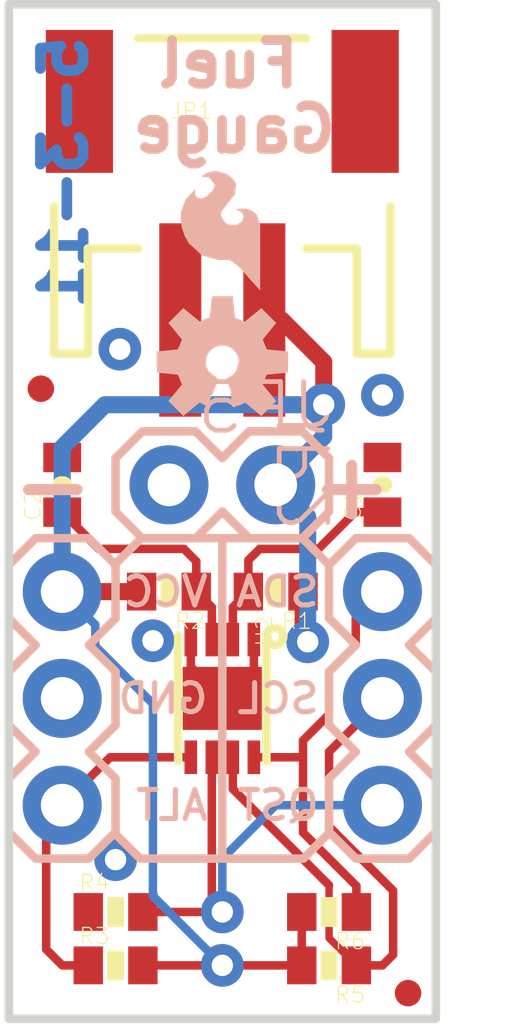
<source format=kicad_pcb>
(kicad_pcb (version 20211014) (generator pcbnew)
  (layers (0 "F.Cu" signal) (31 "B.Cu" signal) (34 "B.Paste" user) (35 "F.Paste" user) (36 "B.SilkS" user "B.Silkscreen") (37 "F.SilkS" user "F.Silkscreen") (38 "B.Mask" user) (39 "F.Mask" user) (44 "Edge.Cuts" user))
  (net 0 "")
  (net 1 "GND")
  (net 2 "N$2")
  (net 3 "ALT")
  (net 4 "SCL")
  (net 5 "SDA")
  (net 6 "VDD")
  (net 7 "QST")
  (net 8 "VCC")
  (footprint "boardEagle:FIDUCIAL-1X2.5" (layer "F.Cu") (at 144.1831 102.0826)
    (fp_text reference "JP7" hide)
    (fp_text value "FIDUCIAL1X2.5" hide)
    (pad "1" smd roundrect (at 0 0) (size 0.635 0.635) (layers "F.Cu" "F.Mask") (roundrect_rratio 0.5))
  )
  (footprint "boardEagle:FIDUCIAL-1X2.5" (layer "F.Cu") (at 152.9207 116.459)
    (fp_text reference "JP6" hide)
    (fp_text value "FIDUCIAL1X2.5" hide)
    (pad "1" smd roundrect (at 0 0) (size 0.635 0.635) (layers "F.Cu" "F.Mask") (roundrect_rratio 0.5))
  )
  (footprint "boardEagle:0402-CAP" (layer "F.Cu") (at 152.3111 104.3686 90)
    (fp_text reference "C1" (at -0.889 -0.6985 90) (layer "F.SilkS") (effects (font (size 0.376489 0.376489) (thickness 0.029911)) (justify left)))
    (fp_text value "1uF")
    (fp_line (start 0 -0.0305) (end 0 0.0305) (layer "F.SilkS") (width 0.4064))
    (pad "1" smd rect (at -0.65 0 90) (size 0.7 0.9) (layers "F.Cu" "F.Paste" "F.Mask") (net 2 "N$2"))
    (pad "2" smd rect (at 0.65 0 90) (size 0.7 0.9) (layers "F.Cu" "F.Paste" "F.Mask") (net 1 "GND"))
  )
  (footprint "boardEagle:0402-CAP" (layer "F.Cu") (at 144.6911 104.3686 90)
    (fp_text reference "C2" (at -0.889 -0.6985 90) (layer "F.SilkS") (effects (font (size 0.376489 0.376489) (thickness 0.029911)) (justify left)))
    (fp_text value "10nF")
    (fp_line (start 0 -0.0305) (end 0 0.0305) (layer "F.SilkS") (width 0.4064))
    (pad "1" smd rect (at -0.65 0 90) (size 0.7 0.9) (layers "F.Cu" "F.Paste" "F.Mask") (net 6 "VDD"))
    (pad "2" smd rect (at 0.65 0 90) (size 0.7 0.9) (layers "F.Cu" "F.Paste" "F.Mask") (net 1 "GND"))
  )
  (footprint "boardEagle:0402-RES" (layer "F.Cu") (at 147.2311 106.9086 180)
    (fp_text reference "R2" (at -0.889 -0.6985) (layer "F.SilkS") (effects (font (size 0.376489 0.376489) (thickness 0.029911)) (justify right)))
    (fp_text value "180")
    (fp_poly (pts (xy -0.2032 0.3556) (xy 0.2032 0.3556) (xy 0.2032 -0.3556) (xy -0.2032 -0.3556)) (layer "F.SilkS") (width 0) (fill solid))
    (pad "1" smd rect (at -0.65 0 180) (size 0.7 0.9) (layers "F.Cu" "F.Paste" "F.Mask") (net 6 "VDD"))
    (pad "2" smd rect (at 0.65 0 180) (size 0.7 0.9) (layers "F.Cu" "F.Paste" "F.Mask") (net 8 "VCC"))
  )
  (footprint "boardEagle:JST-2-SMD" (layer "F.Cu") (at 148.5011 96.7486)
    (fp_text reference "JP1" (at -1.27 -1.27) (layer "F.SilkS") (effects (font (size 0.376489 0.376489) (thickness 0.029911)) (justify left)))
    (fp_text value "input")
    (fp_line (start 3.2 4.5) (end 4 4.5) (layer "F.SilkS") (width 0.2032))
    (fp_line (start -3.2 2) (end -2 2) (layer "F.SilkS") (width 0.2032))
    (fp_line (start 4 4.5) (end 4 1) (layer "F.SilkS") (width 0.2032))
    (fp_line (start 2 2) (end 3.2 2) (layer "F.SilkS") (width 0.2032))
    (fp_line (start -3.2 4.5) (end -3.2 2) (layer "F.SilkS") (width 0.2032))
    (fp_line (start -4 1) (end -4 4.5) (layer "F.SilkS") (width 0.2032))
    (fp_line (start 3.2 2) (end 3.2 4.5) (layer "F.SilkS") (width 0.2032))
    (fp_line (start -4 4.5) (end -3.2 4.5) (layer "F.SilkS") (width 0.2032))
    (fp_line (start 2 -3) (end -2 -3) (layer "F.SilkS") (width 0.2032))
    (pad "1" smd rect (at -1 3.7) (size 1 4.6) (layers "F.Cu" "F.Paste" "F.Mask") (net 1 "GND"))
    (pad "2" smd rect (at 1 3.7) (size 1 4.6) (layers "F.Cu" "F.Paste" "F.Mask") (net 8 "VCC"))
    (pad "NC1" smd rect (at -3.4 -1.5 90) (size 3.4 1.6) (layers "F.Cu" "F.Paste" "F.Mask"))
    (pad "NC2" smd rect (at 3.4 -1.5 90) (size 3.4 1.6) (layers "F.Cu" "F.Paste" "F.Mask"))
  )
  (footprint "boardEagle:TDFN-8" (layer "F.Cu") (at 148.5011 109.4486 -90)
    (fp_text reference "U2" (at -2 -1 90) (layer "F.SilkS") (effects (font (size 0.376489 0.376489) (thickness 0.029911)) (justify right)))
    (fp_text value "MAX1704X")
    (fp_line (start -1.5 -1.05) (end -1.45 -1.05) (layer "F.SilkS") (width 0.127))
    (fp_line (start -1.45 -1.05) (end 1.5 -1.05) (layer "F.SilkS") (width 0.2032))
    (fp_line (start -1.5 1.05) (end 1.5 1.05) (layer "F.SilkS") (width 0.2032))
    (fp_arc (start -1.5 -1.05) (mid -1.475 -1.451554) (end -1.45 -1.05) (layer "F.SilkS") (width 0.2032))
    (pad "1" smd rect (at -1.4 -0.75 270) (size 0.8 0.3) (layers "F.Cu" "F.Paste") (net 1 "GND"))
    (pad "2" smd rect (at -1.4 -0.25 270) (size 0.8 0.3) (layers "F.Cu" "F.Paste") (net 2 "N$2"))
    (pad "3" smd rect (at -1.4 0.25 270) (size 0.8 0.3) (layers "F.Cu" "F.Paste") (net 6 "VDD"))
    (pad "4" smd rect (at -1.4 0.75 270) (size 0.8 0.3) (layers "F.Cu" "F.Paste") (net 1 "GND"))
    (pad "5" smd rect (at 1.4 0.75 270) (size 0.8 0.3) (layers "F.Cu" "F.Paste") (net 3 "ALT"))
    (pad "6" smd rect (at 1.4 0.25 270) (size 0.8 0.3) (layers "F.Cu" "F.Paste") (net 7 "QST"))
    (pad "7" smd rect (at 1.4 -0.25 270) (size 0.8 0.3) (layers "F.Cu" "F.Paste") (net 4 "SCL"))
    (pad "8" smd rect (at 1.4 -0.75 270) (size 0.8 0.3) (layers "F.Cu" "F.Paste") (net 5 "SDA"))
    (pad "EP" smd rect (at 0 0 270) (size 1.5 1.88) (layers "F.Cu") (net 1 "GND"))
  )
  (footprint "boardEagle:0402-RES" (layer "F.Cu") (at 145.9611 114.5286)
    (fp_text reference "R4" (at -0.889 -0.6985) (layer "F.SilkS") (effects (font (size 0.376489 0.376489) (thickness 0.029911)) (justify left)))
    (fp_text value "4.7k")
    (fp_poly (pts (xy -0.2032 0.3556) (xy 0.2032 0.3556) (xy 0.2032 -0.3556) (xy -0.2032 -0.3556)) (layer "F.SilkS") (width 0) (fill solid))
    (pad "1" smd rect (at -0.65 0) (size 0.7 0.9) (layers "F.Cu" "F.Paste" "F.Mask") (net 1 "GND"))
    (pad "2" smd rect (at 0.65 0) (size 0.7 0.9) (layers "F.Cu" "F.Paste" "F.Mask") (net 7 "QST"))
  )
  (footprint "boardEagle:0402-RES" (layer "F.Cu") (at 145.9611 115.7986)
    (fp_text reference "R3" (at -0.889 -0.6985) (layer "F.SilkS") (effects (font (size 0.376489 0.376489) (thickness 0.029911)) (justify left)))
    (fp_text value "4.7k")
    (fp_poly (pts (xy -0.2032 0.3556) (xy 0.2032 0.3556) (xy 0.2032 -0.3556) (xy -0.2032 -0.3556)) (layer "F.SilkS") (width 0) (fill solid))
    (pad "1" smd rect (at -0.65 0) (size 0.7 0.9) (layers "F.Cu" "F.Paste" "F.Mask") (net 3 "ALT"))
    (pad "2" smd rect (at 0.65 0) (size 0.7 0.9) (layers "F.Cu" "F.Paste" "F.Mask") (net 8 "VCC"))
  )
  (footprint "boardEagle:0402-RES" (layer "F.Cu") (at 149.7711 106.9086 180)
    (fp_text reference "R1" (at -0.889 -0.6985) (layer "F.SilkS") (effects (font (size 0.376489 0.376489) (thickness 0.029911)) (justify right)))
    (fp_text value "1k")
    (fp_poly (pts (xy -0.2032 0.3556) (xy 0.2032 0.3556) (xy 0.2032 -0.3556) (xy -0.2032 -0.3556)) (layer "F.SilkS") (width 0) (fill solid))
    (pad "1" smd rect (at -0.65 0 180) (size 0.7 0.9) (layers "F.Cu" "F.Paste" "F.Mask") (net 8 "VCC"))
    (pad "2" smd rect (at 0.65 0 180) (size 0.7 0.9) (layers "F.Cu" "F.Paste" "F.Mask") (net 2 "N$2"))
  )
  (footprint "boardEagle:0402-RES" (layer "F.Cu") (at 151.0411 115.7986 180)
    (fp_text reference "R5" (at -0.889 -0.6985) (layer "F.SilkS") (effects (font (size 0.376489 0.376489) (thickness 0.029911)) (justify right)))
    (fp_text value "4.7k")
    (fp_poly (pts (xy -0.2032 0.3556) (xy 0.2032 0.3556) (xy 0.2032 -0.3556) (xy -0.2032 -0.3556)) (layer "F.SilkS") (width 0) (fill solid))
    (pad "1" smd rect (at -0.65 0 180) (size 0.7 0.9) (layers "F.Cu" "F.Paste" "F.Mask") (net 4 "SCL"))
    (pad "2" smd rect (at 0.65 0 180) (size 0.7 0.9) (layers "F.Cu" "F.Paste" "F.Mask") (net 8 "VCC"))
  )
  (footprint "boardEagle:0402-RES" (layer "F.Cu") (at 151.0411 114.5286 180)
    (fp_text reference "R6" (at -0.889 -0.6985) (layer "F.SilkS") (effects (font (size 0.376489 0.376489) (thickness 0.029911)) (justify right)))
    (fp_text value "4.7k")
    (fp_poly (pts (xy -0.2032 0.3556) (xy 0.2032 0.3556) (xy 0.2032 -0.3556) (xy -0.2032 -0.3556)) (layer "F.SilkS") (width 0) (fill solid))
    (pad "1" smd rect (at -0.65 0 180) (size 0.7 0.9) (layers "F.Cu" "F.Paste" "F.Mask") (net 5 "SDA"))
    (pad "2" smd rect (at 0.65 0 180) (size 0.7 0.9) (layers "F.Cu" "F.Paste" "F.Mask") (net 8 "VCC"))
  )
  (footprint "boardEagle:1X02" (layer "B.Cu") (at 149.7711 104.3686 180)
    (fp_text reference "JP5" (at -1.3462 1.8288) (layer "B.SilkS") (effects (font (size 1.1557 1.1557) (thickness 0.1143)) (justify left mirror)))
    (fp_text value "")
    (fp_line (start 3.81 -0.635) (end 3.175 -1.27) (layer "B.SilkS") (width 0.2032))
    (fp_line (start -0.635 1.27) (end -1.27 0.635) (layer "B.SilkS") (width 0.2032))
    (fp_line (start 3.81 0.635) (end 3.81 -0.635) (layer "B.SilkS") (width 0.2032))
    (fp_line (start 3.175 1.27) (end 3.81 0.635) (layer "B.SilkS") (width 0.2032))
    (fp_line (start -0.635 1.27) (end 0.635 1.27) (layer "B.SilkS") (width 0.2032))
    (fp_line (start 0.635 -1.27) (end -0.635 -1.27) (layer "B.SilkS") (width 0.2032))
    (fp_line (start -1.27 0.635) (end -1.27 -0.635) (layer "B.SilkS") (width 0.2032))
    (fp_line (start 1.905 1.27) (end 3.175 1.27) (layer "B.SilkS") (width 0.2032))
    (fp_line (start 0.635 1.27) (end 1.27 0.635) (layer "B.SilkS") (width 0.2032))
    (fp_line (start 1.905 -1.27) (end 1.27 -0.635) (layer "B.SilkS") (width 0.2032))
    (fp_line (start 1.27 0.635) (end 1.905 1.27) (layer "B.SilkS") (width 0.2032))
    (fp_line (start -1.27 -0.635) (end -0.635 -1.27) (layer "B.SilkS") (width 0.2032))
    (fp_line (start 1.27 -0.635) (end 0.635 -1.27) (layer "B.SilkS") (width 0.2032))
    (fp_line (start 3.175 -1.27) (end 1.905 -1.27) (layer "B.SilkS") (width 0.2032))
    (pad "1" thru_hole circle (at 0 0 90) (size 1.8796 1.8796) (drill 1.016) (layers *.Cu *.Mask) (net 8 "VCC"))
    (pad "2" thru_hole circle (at 2.54 0 90) (size 1.8796 1.8796) (drill 1.016) (layers *.Cu *.Mask) (net 1 "GND"))
  )
  (footprint "boardEagle:SFE-LOGO-FLAME" (layer "B.Cu") (at 149.3901 99.7204 180)
    (fp_text reference "JP3" hide)
    (fp_text value "LOGO-SFESK" hide)
    (fp_poly (pts (xy 1.126002 2.808203) (xy 1.215449 2.785829) (xy 1.228477 2.780783) (xy 1.240149 2.774875) (xy 1.25686 2.766576) (xy 1.275552 2.759834) (xy 1.371694 2.7026) (xy 1.3793 2.7026) (xy 1.3793 2.6772) (xy 1.306833 2.6772) (xy 1.208418 2.657914) (xy 1.074855 2.495286) (xy 1.079365 2.436825) (xy 1.12809 2.341869) (xy 1.204666 2.265196) (xy 1.294069 2.200638) (xy 1.369348 2.168824) (xy 1.450737 2.171632) (xy 1.458864 2.174186) (xy 1.466257 2.177389) (xy 1.530514 2.236956) (xy 1.5368 2.259812) (xy 1.5368 2.377938) (xy 1.763707 2.148127) (xy 1.868186 1.856841) (xy 1.871603 1.856894) (xy 1.87806 1.650435) (xy 1.848857 1.45742) (xy 1.785308 1.272842) (xy 1.6663 1.061578) (xy 1.6663 1.080581) (xy 1.378131 0.80901) (xy 0.982239 0.6985) (xy 0.753005 0.6985) (xy 0.716201 0.692046) (xy 0.681776 0.679592) (xy 0.496322 0.541784) (xy -0.0126 -0.03091) (xy -0.0126 1.52077) (xy 0.060004 1.761967) (xy 0.168295 1.865489) (xy 0.307122 1.917522) (xy 0.4039 1.925089) (xy 0.499384 1.917623) (xy 0.55991 1.908099) (xy 0.557788 1.884433) (xy 0.522216 1.885242) (xy 0.501784 1.876141) (xy 0.420519 1.817154) (xy 0.400722 1.79067) (xy 0.390395 1.7285) (xy 0.400905 1.665229) (xy 0.421405 1.625174) (xy 0.452343 1.592685) (xy 0.546535 1.54355) (xy 0.652229 1.531742) (xy 0.742768 1.550084) (xy 0.82422 1.589656) (xy 0.92203 1.754659) (xy 0.907706 1.848844) (xy 0.850914 1.930401) (xy 0.584707 2.263237) (xy 0.561667 2.510855) (xy 0.627495 2.621556) (xy 0.629042 2.623103) (xy 0.778901 2.74712) (xy 1.032676 2.817064)) (layer "B.SilkS") (width 0) (fill solid))
  )
  (footprint "boardEagle:1X03" (layer "B.Cu") (at 152.3111 106.9086 -90)
    (fp_text reference "JP2" (at -1.3462 1.8288 -270) (layer "B.SilkS") (effects (font (size 1.1557 1.1557) (thickness 0.1143)) (justify right mirror)))
    (fp_text value "")
    (fp_line (start -1.27 0.635) (end -1.27 -0.635) (layer "B.SilkS") (width 0.2032))
    (fp_line (start 3.175 -1.27) (end 1.905 -1.27) (layer "B.SilkS") (width 0.2032))
    (fp_line (start 3.81 0.635) (end 4.445 1.27) (layer "B.SilkS") (width 0.2032))
    (fp_line (start 1.905 1.27) (end 3.175 1.27) (layer "B.SilkS") (width 0.2032))
    (fp_line (start 4.445 -1.27) (end 3.81 -0.635) (layer "B.SilkS") (width 0.2032))
    (fp_line (start 1.905 -1.27) (end 1.27 -0.635) (layer "B.SilkS") (width 0.2032))
    (fp_line (start 5.715 -1.27) (end 4.445 -1.27) (layer "B.SilkS") (width 0.2032))
    (fp_line (start -1.27 -0.635) (end -0.635 -1.27) (layer "B.SilkS") (width 0.2032))
    (fp_line (start 6.35 -0.635) (end 5.715 -1.27) (layer "B.SilkS") (width 0.2032))
    (fp_line (start 0.635 1.27) (end 1.27 0.635) (layer "B.SilkS") (width 0.2032))
    (fp_line (start 3.175 1.27) (end 3.81 0.635) (layer "B.SilkS") (width 0.2032))
    (fp_line (start 0.635 -1.27) (end -0.635 -1.27) (layer "B.SilkS") (width 0.2032))
    (fp_line (start 3.81 -0.635) (end 3.175 -1.27) (layer "B.SilkS") (width 0.2032))
    (fp_line (start -0.635 1.27) (end 0.635 1.27) (layer "B.SilkS") (width 0.2032))
    (fp_line (start 6.35 0.635) (end 6.35 -0.635) (layer "B.SilkS") (width 0.2032))
    (fp_line (start 4.445 1.27) (end 5.715 1.27) (layer "B.SilkS") (width 0.2032))
    (fp_line (start 1.27 -0.635) (end 0.635 -1.27) (layer "B.SilkS") (width 0.2032))
    (fp_line (start 1.27 0.635) (end 1.905 1.27) (layer "B.SilkS") (width 0.2032))
    (fp_line (start 5.715 1.27) (end 6.35 0.635) (layer "B.SilkS") (width 0.2032))
    (fp_line (start -0.635 1.27) (end -1.27 0.635) (layer "B.SilkS") (width 0.2032))
    (pad "1" thru_hole circle (at 0 0 180) (size 1.8796 1.8796) (drill 1.016) (layers *.Cu *.Mask) (net 5 "SDA"))
    (pad "2" thru_hole circle (at 2.54 0 180) (size 1.8796 1.8796) (drill 1.016) (layers *.Cu *.Mask) (net 4 "SCL"))
    (pad "3" thru_hole circle (at 5.08 0 180) (size 1.8796 1.8796) (drill 1.016) (layers *.Cu *.Mask) (net 7 "QST"))
  )
  (footprint "boardEagle:1X03" (layer "B.Cu") (at 144.6911 106.9086 -90)
    (fp_text reference "JP4" hide)
    (fp_text value "")
    (fp_line (start 0.635 -1.27) (end -0.635 -1.27) (layer "B.SilkS") (width 0.2032))
    (fp_line (start 5.715 1.27) (end 6.35 0.635) (layer "B.SilkS") (width 0.2032))
    (fp_line (start -0.635 1.27) (end 0.635 1.27) (layer "B.SilkS") (width 0.2032))
    (fp_line (start 1.905 -1.27) (end 1.27 -0.635) (layer "B.SilkS") (width 0.2032))
    (fp_line (start 4.445 -1.27) (end 3.81 -0.635) (layer "B.SilkS") (width 0.2032))
    (fp_line (start 0.635 1.27) (end 1.27 0.635) (layer "B.SilkS") (width 0.2032))
    (fp_line (start -1.27 0.635) (end -1.27 -0.635) (layer "B.SilkS") (width 0.2032))
    (fp_line (start 6.35 -0.635) (end 5.715 -1.27) (layer "B.SilkS") (width 0.2032))
    (fp_line (start 3.175 1.27) (end 3.81 0.635) (layer "B.SilkS") (width 0.2032))
    (fp_line (start 1.27 0.635) (end 1.905 1.27) (layer "B.SilkS") (width 0.2032))
    (fp_line (start -1.27 -0.635) (end -0.635 -1.27) (layer "B.SilkS") (width 0.2032))
    (fp_line (start 3.81 0.635) (end 4.445 1.27) (layer "B.SilkS") (width 0.2032))
    (fp_line (start 4.445 1.27) (end 5.715 1.27) (layer "B.SilkS") (width 0.2032))
    (fp_line (start 5.715 -1.27) (end 4.445 -1.27) (layer "B.SilkS") (width 0.2032))
    (fp_line (start 3.175 -1.27) (end 1.905 -1.27) (layer "B.SilkS") (width 0.2032))
    (fp_line (start 1.27 -0.635) (end 0.635 -1.27) (layer "B.SilkS") (width 0.2032))
    (fp_line (start 6.35 0.635) (end 6.35 -0.635) (layer "B.SilkS") (width 0.2032))
    (fp_line (start -0.635 1.27) (end -1.27 0.635) (layer "B.SilkS") (width 0.2032))
    (fp_line (start 1.905 1.27) (end 3.175 1.27) (layer "B.SilkS") (width 0.2032))
    (fp_line (start 3.81 -0.635) (end 3.175 -1.27) (layer "B.SilkS") (width 0.2032))
    (pad "1" thru_hole circle (at 0 0 180) (size 1.8796 1.8796) (drill 1.016) (layers *.Cu *.Mask) (net 8 "VCC"))
    (pad "2" thru_hole circle (at 2.54 0 180) (size 1.8796 1.8796) (drill 1.016) (layers *.Cu *.Mask) (net 1 "GND"))
    (pad "3" thru_hole circle (at 5.08 0 180) (size 1.8796 1.8796) (drill 1.016) (layers *.Cu *.Mask) (net 3 "ALT"))
  )
  (footprint "boardEagle:OSHW-LOGO-S" (layer "B.Cu") (at 148.5011 101.4476 180)
    (fp_text reference "U$1" hide)
    (fp_text value "OSHW-LOGOS" hide)
    (fp_poly (pts (xy 0.301647 1.061351) (xy 0.42347 1.022344) (xy 0.537177 0.963769) (xy 0.92862 1.282946) (xy 1.282946 0.92862) (xy 0.961035 0.533823) (xy 1.057046 0.302084) (xy 1.5638 0.250561) (xy 1.5638 -0.250561) (xy 1.057046 -0.302084) (xy 0.961035 -0.533823) (xy 1.282946 -0.92862) (xy 0.92862 -1.282946) (xy 0.537177 -0.96377) (xy 0.356601 -1.056794) (xy 0.088679 -0.410073) (xy 0.326262 -0.2176) (xy 0.373649 -0.121468) (xy 0.392729 -0.010339) (xy 0.379464 0.101634) (xy 0.334947 0.205229) (xy 0.262842 0.291918) (xy 0.169087 0.354561) (xy 0.061406 0.387999) (xy -0.051342 0.38948) (xy -0.159868 0.358881) (xy -0.255234 0.298724) (xy -0.329589 0.213962) (xy -0.376813 0.111569) (xy -0.392176 0.005767) (xy -0.322923 -0.222565) (xy -0.249312 -0.303773) (xy 0.091677 -0.5081) (xy -0.12929 -0.5081) (xy -0.355332 -1.053732) (xy -0.506597 -0.983577) (xy -0.538922 -0.965192) (xy -0.92862 -1.282946) (xy -1.282946 -0.92862) (xy -0.961035 -0.533823) (xy -1.057046 -0.302084) (xy -1.5638 -0.250561) (xy -1.5638 0.250561) (xy -1.057046 0.302084) (xy -0.961035 0.533823) (xy -1.282946 0.92862) (xy -0.92862 1.282946) (xy -0.533823 0.961035) (xy -0.302084 1.057046) (xy -0.250561 1.5638) (xy 0.250561 1.5638)) (layer "B.SilkS") (width 0) (fill solid))
  )
  (gr_line (start 150.4315 113.2586) (end 151.0411 112.649) (layer "B.SilkS") (width 0.2032))
  (gr_line (start 148.5011 105.6386) (end 146.5707 105.6386) (layer "B.SilkS") (width 0.2032))
  (gr_line (start 148.5011 105.6386) (end 150.4061 105.6386) (layer "B.SilkS") (width 0.2032))
  (gr_line (start 146.5453 113.2586) (end 145.9357 112.649) (layer "B.SilkS") (width 0.2032))
  (gr_line (start 150.4061 105.6386) (end 151.0411 106.2736) (layer "B.SilkS") (width 0.2032))
  (gr_line (start 148.5011 105.6386) (end 148.5011 113.2586) (layer "B.SilkS") (width 0.2032))
  (gr_line (start 148.5011 113.2586) (end 146.5453 113.2586) (layer "B.SilkS") (width 0.2032))
  (gr_line (start 148.5011 113.2586) (end 150.4315 113.2586) (layer "B.SilkS") (width 0.2032))
  (gr_line (start 146.5707 105.6386) (end 145.9357 106.2736) (layer "B.SilkS") (width 0.2032))
  (gr_line (start 143.4211 117.0686) (end 153.5811 117.0686) (layer "Edge.Cuts") (width 0.2032))
  (gr_line (start 143.4211 92.9386) (end 143.4211 117.0686) (layer "Edge.Cuts") (width 0.2032))
  (gr_line (start 153.5811 117.0686) (end 153.5811 92.9386) (layer "Edge.Cuts") (width 0.2032))
  (gr_line (start 153.5811 92.9386) (end 143.4211 92.9386) (layer "Edge.Cuts") (width 0.2032))
  (gr_text "5-3-11" (at 145.3261 93.5736 -270) (layer "B.Cu") (effects (font (size 1.016 1.016) (thickness 0.254)) (justify left bottom mirror)))
  (gr_text "SDA" (at 150.8633 107.315) (layer "B.SilkS") (effects (font (size 0.69088 0.69088) (thickness 0.12192)) (justify left bottom mirror)))
  (gr_text "Fuel" (at 150.4315 94.9706) (layer "B.SilkS") (effects (font (size 1.0414 1.0414) (thickness 0.2286)) (justify left bottom mirror)))
  (gr_text "VCC" (at 148.2217 107.315) (layer "B.SilkS") (effects (font (size 0.69088 0.69088) (thickness 0.12192)) (justify left bottom mirror)))
  (gr_text "-" (at 145.5801 105.2576) (layer "B.SilkS") (effects (font (size 1.5113 1.5113) (thickness 0.2667)) (justify left bottom mirror)))
  (gr_text "ALT" (at 148.2217 112.395) (layer "B.SilkS") (effects (font (size 0.69088 0.69088) (thickness 0.12192)) (justify left bottom mirror)))
  (gr_text "Gauge" (at 151.3205 96.52) (layer "B.SilkS") (effects (font (size 1.0414 1.0414) (thickness 0.2286)) (justify left bottom mirror)))
  (gr_text "GND" (at 148.2217 109.855) (layer "B.SilkS") (effects (font (size 0.69088 0.69088) (thickness 0.12192)) (justify left bottom mirror)))
  (gr_text "QST" (at 150.8633 112.395) (layer "B.SilkS") (effects (font (size 0.69088 0.69088) (thickness 0.12192)) (justify left bottom mirror)))
  (gr_text "SCL" (at 150.8633 109.855) (layer "B.SilkS") (effects (font (size 0.69088 0.69088) (thickness 0.12192)) (justify left bottom mirror)))
  (gr_text "+" (at 152.6921 105.2576) (layer "B.SilkS") (effects (font (size 1.5113 1.5113) (thickness 0.2667)) (justify left bottom mirror)))
  (segment (start 148.5011 109.4486) (end 148.6281 109.4486) (width 0.2032) (layer "F.Cu") (net 1))
  (segment (start 149.2511 108.8016) (end 149.2511 108.0486) (width 0.2032) (layer "F.Cu") (net 1))
  (segment (start 147.7511 108.0486) (end 147.7511 108.6986) (width 0.2032) (layer "F.Cu") (net 1))
  (segment (start 147.7511 108.6986) (end 148.5011 109.4486) (width 0.2032) (layer "F.Cu") (net 1))
  (segment (start 149.2631 108.8136) (end 149.2511 108.8016) (width 0.2032) (layer "F.Cu") (net 1))
  (segment (start 148.6281 109.4486) (end 149.2631 108.8136) (width 0.2032) (layer "F.Cu") (net 1))
  (via (at 152.3111 102.235) (size 1.016) (drill 0.508) (layers "F.Cu" "B.Cu") (net 1))
  (via (at 145.9611 113.284) (size 1.016) (drill 0.508) (layers "F.Cu" "B.Cu") (net 1))
  (via (at 146.8501 108.077) (size 1.016) (drill 0.508) (layers "F.Cu" "B.Cu") (net 1))
  (via (at 146.0627 101.1428) (size 1.016) (drill 0.508) (layers "F.Cu" "B.Cu") (net 1))
  (segment (start 149.1211 106.9086) (end 149.1211 106.1616) (width 0.2032) (layer "F.Cu") (net 2))
  (segment (start 148.7511 108.0486) (end 148.7511 107.2786) (width 0.2032) (layer "F.Cu") (net 2))
  (segment (start 150.7871 105.8926) (end 151.6611 105.0186) (width 0.2032) (layer "F.Cu") (net 2))
  (segment (start 148.7511 107.2786) (end 149.1211 106.9086) (width 0.2032) (layer "F.Cu") (net 2))
  (segment (start 149.3901 105.8926) (end 150.7871 105.8926) (width 0.2032) (layer "F.Cu") (net 2))
  (segment (start 151.6611 105.0186) (end 152.3111 105.0186) (width 0.2032) (layer "F.Cu") (net 2))
  (segment (start 149.1211 106.1616) (end 149.3901 105.8926) (width 0.2032) (layer "F.Cu") (net 2))
  (segment (start 144.6911 115.7986) (end 144.3101 115.4176) (width 0.2032) (layer "F.Cu") (net 3))
  (segment (start 144.3101 112.3696) (end 144.6911 111.9886) (width 0.2032) (layer "F.Cu") (net 3))
  (segment (start 145.3111 115.7986) (end 144.6911 115.7986) (width 0.2032) (layer "F.Cu") (net 3))
  (segment (start 144.6911 111.9886) (end 145.8311 110.8486) (width 0.2032) (layer "F.Cu") (net 3))
  (segment (start 145.8311 110.8486) (end 147.7511 110.8486) (width 0.2032) (layer "F.Cu") (net 3))
  (segment (start 144.3101 115.4176) (end 144.3101 112.3696) (width 0.2032) (layer "F.Cu") (net 3))
  (segment (start 152.5651 114.0206) (end 151.0411 112.4966) (width 0.2032) (layer "F.Cu") (net 4))
  (segment (start 151.6911 115.7986) (end 151.0411 115.1486) (width 0.1778) (layer "F.Cu") (net 4))
  (segment (start 152.5651 115.5446) (end 152.5651 114.0206) (width 0.2032) (layer "F.Cu") (net 4))
  (segment (start 151.0411 112.4966) (end 151.0411 110.7186) (width 0.2032) (layer "F.Cu") (net 4))
  (segment (start 151.0411 115.1486) (end 151.0411 113.8936) (width 0.1778) (layer "F.Cu") (net 4))
  (segment (start 151.0411 113.8936) (end 148.7511 111.6036) (width 0.2032) (layer "F.Cu") (net 4))
  (segment (start 148.7511 111.6036) (end 148.7511 110.8486) (width 0.2032) (layer "F.Cu") (net 4))
  (segment (start 152.3111 115.7986) (end 152.5651 115.5446) (width 0.2032) (layer "F.Cu") (net 4))
  (segment (start 151.6911 115.7986) (end 152.3111 115.7986) (width 0.2032) (layer "F.Cu") (net 4))
  (segment (start 151.0411 110.7186) (end 152.3111 109.4486) (width 0.2032) (layer "F.Cu") (net 4))
  (segment (start 151.0411 109.8296) (end 151.0411 108.8136) (width 0.2032) (layer "F.Cu") (net 5))
  (segment (start 150.4211 110.871) (end 150.4211 110.4496) (width 0.2032) (layer "F.Cu") (net 5))
  (segment (start 151.6761 107.5436) (end 152.3111 106.9086) (width 0.2032) (layer "F.Cu") (net 5))
  (segment (start 150.4211 110.871) (end 150.3987 110.8486) (width 0.2032) (layer "F.Cu") (net 5))
  (segment (start 150.3987 110.8486) (end 149.2511 110.8486) (width 0.2032) (layer "F.Cu") (net 5))
  (segment (start 151.6911 113.9086) (end 151.6911 114.5286) (width 0.2032) (layer "F.Cu") (net 5))
  (segment (start 150.4211 110.4496) (end 151.0411 109.8296) (width 0.2032) (layer "F.Cu") (net 5))
  (segment (start 151.0411 108.8136) (end 151.6761 108.1786) (width 0.2032) (layer "F.Cu") (net 5))
  (segment (start 151.6761 108.1786) (end 151.6761 107.5436) (width 0.2032) (layer "F.Cu") (net 5))
  (segment (start 150.4211 112.6386) (end 151.6911 113.9086) (width 0.2032) (layer "F.Cu") (net 5))
  (segment (start 150.4211 112.6386) (end 150.4211 110.871) (width 0.2032) (layer "F.Cu") (net 5))
  (segment (start 144.6911 105.0186) (end 145.5651 105.8926) (width 0.2032) (layer "F.Cu") (net 6))
  (segment (start 147.8811 106.9086) (end 148.2511 107.2786) (width 0.2032) (layer "F.Cu") (net 6))
  (segment (start 144.6911 105.0186) (end 144.9601 105.0186) (width 0.2032) (layer "F.Cu") (net 6))
  (segment (start 147.5867 105.8926) (end 147.8811 106.187) (width 0.2032) (layer "F.Cu") (net 6))
  (segment (start 147.8811 106.187) (end 147.8811 106.9086) (width 0.2032) (layer "F.Cu") (net 6))
  (segment (start 148.2511 107.2786) (end 148.2511 108.0486) (width 0.2032) (layer "F.Cu") (net 6))
  (segment (start 145.5651 105.8926) (end 147.5867 105.8926) (width 0.2032) (layer "F.Cu") (net 6))
  (segment (start 148.5011 114.5286) (end 148.2511 114.2786) (width 0.2032) (layer "F.Cu") (net 7))
  (segment (start 148.2511 114.2786) (end 148.2511 110.8486) (width 0.2032) (layer "F.Cu") (net 7))
  (segment (start 146.6111 114.5286) (end 148.5011 114.5286) (width 0.2032) (layer "F.Cu") (net 7))
  (via (at 148.5011 114.5286) (size 1.016) (drill 0.508) (layers "F.Cu" "B.Cu") (net 7))
  (segment (start 148.5011 114.5286) (end 148.5011 113.2586) (width 0.2032) (layer "B.Cu") (net 7))
  (segment (start 149.7711 111.9886) (end 152.3111 111.9886) (width 0.2032) (layer "B.Cu") (net 7))
  (segment (start 148.5011 113.2586) (end 149.7711 111.9886) (width 0.2032) (layer "B.Cu") (net 7))
  (segment (start 150.9141 101.4476) (end 149.9151 100.4486) (width 0.4064) (layer "F.Cu") (net 8))
  (segment (start 150.9141 102.4636) (end 150.9141 101.4476) (width 0.4064) (layer "F.Cu") (net 8))
  (segment (start 146.6111 115.7986) (end 148.5011 115.7986) (width 0.2032) (layer "F.Cu") (net 8))
  (segment (start 150.4211 107.9396) (end 150.4211 106.9086) (width 0.4064) (layer "F.Cu") (net 8))
  (segment (start 144.6911 106.9086) (end 146.5811 106.9086) (width 0.4064) (layer "F.Cu") (net 8))
  (segment (start 150.5331 108.1024) (end 150.4211 107.9396) (width 0.4064) (layer "F.Cu") (net 8))
  (segment (start 149.9151 100.4486) (end 149.5011 100.4486) (width 0.4064) (layer "F.Cu") (net 8))
  (segment (start 148.5011 115.7986) (end 150.3911 115.7986) (width 0.2032) (layer "F.Cu") (net 8))
  (segment (start 150.3911 115.7986) (end 150.3911 114.5286) (width 0.2032) (layer "F.Cu") (net 8))
  (via (at 148.5011 115.7986) (size 1.016) (drill 0.508) (layers "F.Cu" "B.Cu") (net 8))
  (via (at 150.5331 108.1024) (size 1.016) (drill 0.508) (layers "F.Cu" "B.Cu") (net 8))
  (via (at 150.9141 102.4636) (size 1.016) (drill 0.508) (layers "F.Cu" "B.Cu") (net 8))
  (segment (start 144.6911 106.9086) (end 144.6911 103.4796) (width 0.4064) (layer "B.Cu") (net 8))
  (segment (start 144.6911 103.4796) (end 145.7071 102.4636) (width 0.4064) (layer "B.Cu") (net 8))
  (segment (start 150.9141 103.2256) (end 149.7711 104.3686) (width 0.4064) (layer "B.Cu") (net 8))
  (segment (start 149.7711 104.3686) (end 150.5331 105.1306) (width 0.4064) (layer "B.Cu") (net 8))
  (segment (start 145.4785 108.204) (end 145.4785 107.696) (width 0.2032) (layer "B.Cu") (net 8))
  (segment (start 145.4785 107.696) (end 144.6911 106.9086) (width 0.2032) (layer "B.Cu") (net 8))
  (segment (start 145.7071 102.4636) (end 150.9141 102.4636) (width 0.4064) (layer "B.Cu") (net 8))
  (segment (start 150.5331 105.1306) (end 150.5331 108.1024) (width 0.4064) (layer "B.Cu") (net 8))
  (segment (start 146.8501 109.5756) (end 145.4785 108.204) (width 0.2032) (layer "B.Cu") (net 8))
  (segment (start 150.9141 102.4636) (end 150.9141 103.2256) (width 0.4064) (layer "B.Cu") (net 8))
  (segment (start 146.8501 114.1476) (end 146.8501 109.5756) (width 0.2032) (layer "B.Cu") (net 8))
  (segment (start 148.5011 115.7986) (end 146.8501 114.1476) (width 0.2032) (layer "B.Cu") (net 8))
  (segment (start 144.6911 106.9086) (end 144.6911 107.0356) (width 0.2032) (layer "B.Cu") (net 8))
)
</source>
